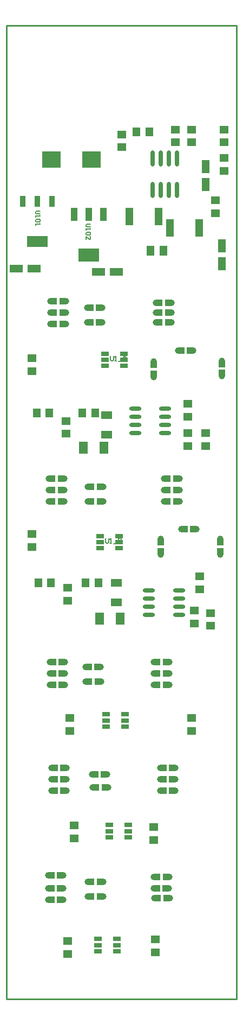
<source format=gtp>
G04 Layer_Color=8421504*
%FSLAX25Y25*%
%MOIN*%
G70*
G01*
G75*
%ADD10R,0.05709X0.04724*%
%ADD11R,0.04724X0.05709*%
G04:AMPARAMS|DCode=12|XSize=25.59mil|YSize=47.24mil|CornerRadius=1.92mil|HoleSize=0mil|Usage=FLASHONLY|Rotation=90.000|XOffset=0mil|YOffset=0mil|HoleType=Round|Shape=RoundedRectangle|*
%AMROUNDEDRECTD12*
21,1,0.02559,0.04341,0,0,90.0*
21,1,0.02175,0.04724,0,0,90.0*
1,1,0.00384,0.02170,0.01088*
1,1,0.00384,0.02170,-0.01088*
1,1,0.00384,-0.02170,-0.01088*
1,1,0.00384,-0.02170,0.01088*
%
%ADD12ROUNDEDRECTD12*%
%ADD13C,0.03937*%
%ADD14R,0.03937X0.03937*%
%ADD15R,0.05315X0.07480*%
%ADD16R,0.07087X0.04528*%
%ADD17R,0.11614X0.10039*%
%ADD18R,0.04724X0.07874*%
%ADD19R,0.05118X0.06102*%
%ADD20R,0.07874X0.04724*%
%ADD21R,0.05034X0.10827*%
%ADD22R,0.03937X0.03937*%
%ADD23O,0.07480X0.02362*%
%ADD24O,0.02756X0.09842*%
G04:AMPARAMS|DCode=25|XSize=35.43mil|YSize=68.9mil|CornerRadius=1.95mil|HoleSize=0mil|Usage=FLASHONLY|Rotation=0.000|XOffset=0mil|YOffset=0mil|HoleType=Round|Shape=RoundedRectangle|*
%AMROUNDEDRECTD25*
21,1,0.03543,0.06500,0,0,0.0*
21,1,0.03154,0.06890,0,0,0.0*
1,1,0.00390,0.01577,-0.03250*
1,1,0.00390,-0.01577,-0.03250*
1,1,0.00390,-0.01577,0.03250*
1,1,0.00390,0.01577,0.03250*
%
%ADD25ROUNDEDRECTD25*%
G04:AMPARAMS|DCode=26|XSize=125.98mil|YSize=68.9mil|CornerRadius=2.07mil|HoleSize=0mil|Usage=FLASHONLY|Rotation=0.000|XOffset=0mil|YOffset=0mil|HoleType=Round|Shape=RoundedRectangle|*
%AMROUNDEDRECTD26*
21,1,0.12598,0.06476,0,0,0.0*
21,1,0.12185,0.06890,0,0,0.0*
1,1,0.00413,0.06093,-0.03238*
1,1,0.00413,-0.06093,-0.03238*
1,1,0.00413,-0.06093,0.03238*
1,1,0.00413,0.06093,0.03238*
%
%ADD26ROUNDEDRECTD26*%
G04:AMPARAMS|DCode=27|XSize=39.37mil|YSize=80.71mil|CornerRadius=1.97mil|HoleSize=0mil|Usage=FLASHONLY|Rotation=0.000|XOffset=0mil|YOffset=0mil|HoleType=Round|Shape=RoundedRectangle|*
%AMROUNDEDRECTD27*
21,1,0.03937,0.07677,0,0,0.0*
21,1,0.03543,0.08071,0,0,0.0*
1,1,0.00394,0.01772,-0.03839*
1,1,0.00394,-0.01772,-0.03839*
1,1,0.00394,-0.01772,0.03839*
1,1,0.00394,0.01772,0.03839*
%
%ADD27ROUNDEDRECTD27*%
G04:AMPARAMS|DCode=28|XSize=127.95mil|YSize=80.71mil|CornerRadius=2.02mil|HoleSize=0mil|Usage=FLASHONLY|Rotation=0.000|XOffset=0mil|YOffset=0mil|HoleType=Round|Shape=RoundedRectangle|*
%AMROUNDEDRECTD28*
21,1,0.12795,0.07667,0,0,0.0*
21,1,0.12392,0.08071,0,0,0.0*
1,1,0.00404,0.06196,-0.03834*
1,1,0.00404,-0.06196,-0.03834*
1,1,0.00404,-0.06196,0.03834*
1,1,0.00404,0.06196,0.03834*
%
%ADD28ROUNDEDRECTD28*%
%ADD31C,0.01000*%
%ADD32C,0.00591*%
D10*
X134000Y-71937D02*
D03*
Y-64063D02*
D03*
X104000Y-71874D02*
D03*
Y-64000D02*
D03*
X114000Y-71937D02*
D03*
Y-64063D02*
D03*
X71000Y-74874D02*
D03*
Y-67000D02*
D03*
X91500Y-569437D02*
D03*
Y-561563D02*
D03*
X37500Y-570437D02*
D03*
Y-562563D02*
D03*
X39000Y-433437D02*
D03*
Y-425563D02*
D03*
X41500Y-499437D02*
D03*
Y-491563D02*
D03*
X114000Y-433437D02*
D03*
Y-425563D02*
D03*
X90500Y-500437D02*
D03*
Y-492563D02*
D03*
X15500Y-212437D02*
D03*
Y-204563D02*
D03*
X122500Y-250563D02*
D03*
Y-258437D02*
D03*
X111500Y-240437D02*
D03*
Y-232563D02*
D03*
Y-258437D02*
D03*
Y-250563D02*
D03*
X36500Y-250937D02*
D03*
Y-243063D02*
D03*
X128563Y-107563D02*
D03*
Y-115437D02*
D03*
X134000Y-81500D02*
D03*
Y-89374D02*
D03*
X15500Y-320437D02*
D03*
Y-312563D02*
D03*
X125500Y-361063D02*
D03*
Y-368937D02*
D03*
X119000Y-346437D02*
D03*
Y-338563D02*
D03*
X115500Y-367437D02*
D03*
Y-359563D02*
D03*
X37500Y-353374D02*
D03*
Y-345500D02*
D03*
D11*
X80063Y-65500D02*
D03*
X87937D02*
D03*
X18500Y-238000D02*
D03*
X26374D02*
D03*
X46563D02*
D03*
X54437D02*
D03*
X19500Y-342500D02*
D03*
X27374D02*
D03*
X48563D02*
D03*
X56437D02*
D03*
D12*
X56193Y-561260D02*
D03*
Y-565000D02*
D03*
Y-568740D02*
D03*
X67807D02*
D03*
Y-565000D02*
D03*
Y-561260D02*
D03*
X61193Y-423260D02*
D03*
Y-427000D02*
D03*
Y-430740D02*
D03*
X72807D02*
D03*
Y-427000D02*
D03*
Y-423260D02*
D03*
X72307Y-201760D02*
D03*
Y-205500D02*
D03*
Y-209240D02*
D03*
X60693D02*
D03*
Y-205500D02*
D03*
Y-201760D02*
D03*
X69307Y-313760D02*
D03*
Y-317500D02*
D03*
Y-321240D02*
D03*
X57693D02*
D03*
Y-317500D02*
D03*
Y-313760D02*
D03*
X63193Y-491260D02*
D03*
Y-495000D02*
D03*
Y-498740D02*
D03*
X74807D02*
D03*
Y-495000D02*
D03*
Y-491260D02*
D03*
D13*
X50000Y-526000D02*
D03*
X59500D02*
D03*
X50000Y-535000D02*
D03*
X59500D02*
D03*
X100252Y-523000D02*
D03*
X90752D02*
D03*
X90500Y-530000D02*
D03*
X100000D02*
D03*
X100500Y-536000D02*
D03*
X91000D02*
D03*
X25500Y-522000D02*
D03*
X35000D02*
D03*
Y-530000D02*
D03*
X25500D02*
D03*
Y-537000D02*
D03*
X35000D02*
D03*
X26500Y-405000D02*
D03*
X36000D02*
D03*
X27500Y-470000D02*
D03*
X37000D02*
D03*
X36000Y-398000D02*
D03*
X26500D02*
D03*
X37000Y-463000D02*
D03*
X27500D02*
D03*
X26500Y-391000D02*
D03*
X36000D02*
D03*
X27500Y-456000D02*
D03*
X37000D02*
D03*
X100252Y-405000D02*
D03*
X90752D02*
D03*
X104000Y-470000D02*
D03*
X94500D02*
D03*
X90752Y-398000D02*
D03*
X100252D02*
D03*
X94500Y-463000D02*
D03*
X104000D02*
D03*
X100252Y-391000D02*
D03*
X90752D02*
D03*
X104000Y-456000D02*
D03*
X94500D02*
D03*
X48693Y-403000D02*
D03*
X58193D02*
D03*
X53000Y-468000D02*
D03*
X62500D02*
D03*
X48500Y-394000D02*
D03*
X58000D02*
D03*
X52500Y-460000D02*
D03*
X62000D02*
D03*
X59000Y-182500D02*
D03*
X49500D02*
D03*
X59000Y-173500D02*
D03*
X49500D02*
D03*
X36500Y-183500D02*
D03*
X27000D02*
D03*
Y-176500D02*
D03*
X36500D02*
D03*
Y-169500D02*
D03*
X27000D02*
D03*
X92000Y-182500D02*
D03*
X101500D02*
D03*
Y-176500D02*
D03*
X92000D02*
D03*
Y-170500D02*
D03*
X101500D02*
D03*
X90500Y-216000D02*
D03*
Y-206500D02*
D03*
X132500Y-215500D02*
D03*
Y-206000D02*
D03*
X115000Y-199760D02*
D03*
X105500D02*
D03*
X59500Y-292500D02*
D03*
X50000D02*
D03*
X59437Y-283500D02*
D03*
X49937D02*
D03*
X35500Y-292500D02*
D03*
X26000D02*
D03*
Y-285500D02*
D03*
X35500D02*
D03*
Y-278500D02*
D03*
X26000D02*
D03*
X97000Y-292500D02*
D03*
X106500D02*
D03*
Y-285500D02*
D03*
X97000D02*
D03*
Y-278500D02*
D03*
X106500D02*
D03*
X95000Y-325000D02*
D03*
Y-315500D02*
D03*
X131500Y-325000D02*
D03*
Y-315500D02*
D03*
X117000Y-309500D02*
D03*
X107500D02*
D03*
D14*
X52000Y-526000D02*
D03*
X57500D02*
D03*
X52000Y-535000D02*
D03*
X57500D02*
D03*
X98252Y-523000D02*
D03*
X92752D02*
D03*
X92500Y-530000D02*
D03*
X98000D02*
D03*
X98500Y-536000D02*
D03*
X93000D02*
D03*
X27500Y-522000D02*
D03*
X33000D02*
D03*
Y-530000D02*
D03*
X27500D02*
D03*
Y-537000D02*
D03*
X33000D02*
D03*
X28500Y-405000D02*
D03*
X34000D02*
D03*
X29500Y-470000D02*
D03*
X35000D02*
D03*
X34000Y-398000D02*
D03*
X28500D02*
D03*
X35000Y-463000D02*
D03*
X29500D02*
D03*
X28500Y-391000D02*
D03*
X34000D02*
D03*
X29500Y-456000D02*
D03*
X35000D02*
D03*
X98252Y-405000D02*
D03*
X92752D02*
D03*
X102000Y-470000D02*
D03*
X96500D02*
D03*
X92752Y-398000D02*
D03*
X98252D02*
D03*
X96500Y-463000D02*
D03*
X102000D02*
D03*
X98252Y-391000D02*
D03*
X92752D02*
D03*
X102000Y-456000D02*
D03*
X96500D02*
D03*
X50693Y-403000D02*
D03*
X56193D02*
D03*
X55000Y-468000D02*
D03*
X60500D02*
D03*
X50500Y-394000D02*
D03*
X56000D02*
D03*
X54500Y-460000D02*
D03*
X60000D02*
D03*
X57000Y-182500D02*
D03*
X51500D02*
D03*
X57000Y-173500D02*
D03*
X51500D02*
D03*
X34500Y-183500D02*
D03*
X29000D02*
D03*
Y-176500D02*
D03*
X34500D02*
D03*
Y-169500D02*
D03*
X29000D02*
D03*
X94000Y-182500D02*
D03*
X99500D02*
D03*
Y-176500D02*
D03*
X94000D02*
D03*
Y-170500D02*
D03*
X99500D02*
D03*
X113000Y-199760D02*
D03*
X107500D02*
D03*
X57500Y-292500D02*
D03*
X52000D02*
D03*
X57437Y-283500D02*
D03*
X51937D02*
D03*
X33500Y-292500D02*
D03*
X28000D02*
D03*
Y-285500D02*
D03*
X33500D02*
D03*
Y-278500D02*
D03*
X28000D02*
D03*
X99000Y-292500D02*
D03*
X104500D02*
D03*
Y-285500D02*
D03*
X99000D02*
D03*
Y-278500D02*
D03*
X104500D02*
D03*
X115000Y-309500D02*
D03*
X109500D02*
D03*
D15*
X59799Y-259500D02*
D03*
X47201D02*
D03*
X69799Y-364500D02*
D03*
X57201D02*
D03*
D16*
X61500Y-239595D02*
D03*
Y-251406D02*
D03*
X67500Y-342595D02*
D03*
Y-354405D02*
D03*
D17*
X52303Y-82500D02*
D03*
X27697D02*
D03*
D18*
X132500Y-135476D02*
D03*
Y-146500D02*
D03*
X122500Y-97933D02*
D03*
Y-86910D02*
D03*
D19*
X88563Y-138500D02*
D03*
X96437D02*
D03*
D20*
X17024Y-149500D02*
D03*
X6000D02*
D03*
X56476Y-151500D02*
D03*
X67500D02*
D03*
D21*
X93610Y-117500D02*
D03*
X75500D02*
D03*
X118610Y-124500D02*
D03*
X100500D02*
D03*
D22*
X90500Y-214000D02*
D03*
Y-208500D02*
D03*
X132500Y-213500D02*
D03*
Y-208000D02*
D03*
X95000Y-323000D02*
D03*
Y-317500D02*
D03*
X131500Y-323000D02*
D03*
Y-317500D02*
D03*
D23*
X79248Y-235563D02*
D03*
Y-240563D02*
D03*
Y-245563D02*
D03*
Y-250563D02*
D03*
X97752Y-235563D02*
D03*
Y-240563D02*
D03*
Y-245563D02*
D03*
Y-250563D02*
D03*
X87748Y-347000D02*
D03*
Y-352000D02*
D03*
Y-357000D02*
D03*
Y-362000D02*
D03*
X106252Y-347000D02*
D03*
Y-352000D02*
D03*
Y-357000D02*
D03*
Y-362000D02*
D03*
D24*
X105000Y-81854D02*
D03*
X100000D02*
D03*
X95000D02*
D03*
X90000D02*
D03*
X105000Y-101146D02*
D03*
X100000D02*
D03*
X95000D02*
D03*
X90000D02*
D03*
D25*
X28055Y-108197D02*
D03*
X19000D02*
D03*
X9945D02*
D03*
D26*
X19000Y-132803D02*
D03*
D27*
X59555Y-116000D02*
D03*
X50500D02*
D03*
X41445D02*
D03*
D28*
X50500Y-141000D02*
D03*
D31*
X141732Y-598000D02*
Y0D01*
X0D02*
X141732D01*
X0Y-598000D02*
X141732D01*
X0D02*
Y0D01*
D32*
X64000Y-203245D02*
Y-205541D01*
X64459Y-206000D01*
X65377D01*
X65837Y-205541D01*
Y-203245D01*
X66755Y-206000D02*
X67673D01*
X67214D01*
Y-203245D01*
X66755Y-203704D01*
X69051Y-206459D02*
X70888D01*
X71806Y-206000D02*
Y-204163D01*
X72724Y-203245D01*
X73643Y-204163D01*
Y-206000D01*
Y-204623D01*
X71806D01*
X20755Y-114000D02*
X18459D01*
X18000Y-114459D01*
Y-115377D01*
X18459Y-115837D01*
X20755D01*
X18000Y-116755D02*
Y-117673D01*
Y-117214D01*
X20755D01*
X20296Y-116755D01*
Y-119051D02*
X20755Y-119510D01*
Y-120428D01*
X20296Y-120888D01*
X18459D01*
X18000Y-120428D01*
Y-119510D01*
X18459Y-119051D01*
X20296D01*
X18000Y-121806D02*
Y-122724D01*
Y-122265D01*
X20755D01*
X20296Y-121806D01*
X51755Y-122000D02*
X49459D01*
X49000Y-122459D01*
Y-123378D01*
X49459Y-123837D01*
X51755D01*
X49000Y-124755D02*
Y-125673D01*
Y-125214D01*
X51755D01*
X51296Y-124755D01*
Y-127051D02*
X51755Y-127510D01*
Y-128428D01*
X51296Y-128888D01*
X49459D01*
X49000Y-128428D01*
Y-127510D01*
X49459Y-127051D01*
X51296D01*
X49000Y-131643D02*
Y-129806D01*
X50837Y-131643D01*
X51296D01*
X51755Y-131183D01*
Y-130265D01*
X51296Y-129806D01*
X61000Y-315245D02*
Y-317541D01*
X61459Y-318000D01*
X62378D01*
X62837Y-317541D01*
Y-315245D01*
X63755Y-318000D02*
X64673D01*
X64214D01*
Y-315245D01*
X63755Y-315704D01*
X66051Y-318459D02*
X67888D01*
X68806Y-315245D02*
Y-318000D01*
X70183D01*
X70643Y-317541D01*
Y-317082D01*
X70183Y-316622D01*
X68806D01*
X70183D01*
X70643Y-316163D01*
Y-315704D01*
X70183Y-315245D01*
X68806D01*
M02*

</source>
